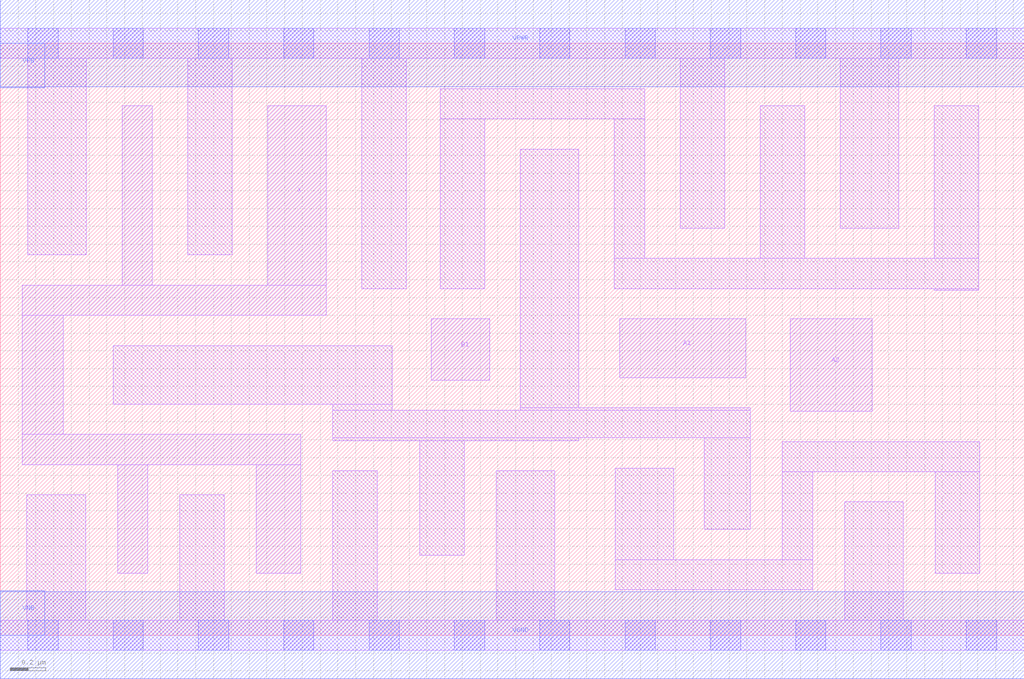
<source format=lef>
# Copyright 2020 The SkyWater PDK Authors
#
# Licensed under the Apache License, Version 2.0 (the "License");
# you may not use this file except in compliance with the License.
# You may obtain a copy of the License at
#
#     https://www.apache.org/licenses/LICENSE-2.0
#
# Unless required by applicable law or agreed to in writing, software
# distributed under the License is distributed on an "AS IS" BASIS,
# WITHOUT WARRANTIES OR CONDITIONS OF ANY KIND, either express or implied.
# See the License for the specific language governing permissions and
# limitations under the License.
#
# SPDX-License-Identifier: Apache-2.0

VERSION 5.5 ;
NAMESCASESENSITIVE ON ;
BUSBITCHARS "[]" ;
DIVIDERCHAR "/" ;
MACRO sky130_fd_sc_ms__a21o_4
  CLASS CORE ;
  SOURCE USER ;
  ORIGIN  0.000000  0.000000 ;
  SIZE  5.760000 BY  3.330000 ;
  SYMMETRY X Y ;
  SITE unit ;
  PIN A1
    ANTENNAGATEAREA  0.492000 ;
    DIRECTION INPUT ;
    USE SIGNAL ;
    PORT
      LAYER li1 ;
        RECT 3.485000 1.450000 4.195000 1.780000 ;
    END
  END A1
  PIN A2
    ANTENNAGATEAREA  0.492000 ;
    DIRECTION INPUT ;
    USE SIGNAL ;
    PORT
      LAYER li1 ;
        RECT 4.445000 1.260000 4.905000 1.780000 ;
    END
  END A2
  PIN B1
    ANTENNAGATEAREA  0.492000 ;
    DIRECTION INPUT ;
    USE SIGNAL ;
    PORT
      LAYER li1 ;
        RECT 2.425000 1.435000 2.755000 1.780000 ;
    END
  END B1
  PIN X
    ANTENNADIFFAREA  1.086400 ;
    DIRECTION OUTPUT ;
    USE SIGNAL ;
    PORT
      LAYER li1 ;
        RECT 0.125000 0.960000 1.690000 1.130000 ;
        RECT 0.125000 1.130000 0.355000 1.800000 ;
        RECT 0.125000 1.800000 1.835000 1.970000 ;
        RECT 0.660000 0.350000 0.830000 0.960000 ;
        RECT 0.685000 1.970000 0.855000 2.980000 ;
        RECT 1.440000 0.350000 1.690000 0.960000 ;
        RECT 1.505000 1.970000 1.835000 2.980000 ;
    END
  END X
  PIN VGND
    DIRECTION INOUT ;
    USE GROUND ;
    PORT
      LAYER met1 ;
        RECT 0.000000 -0.245000 5.760000 0.245000 ;
    END
  END VGND
  PIN VNB
    DIRECTION INOUT ;
    USE GROUND ;
    PORT
    END
  END VNB
  PIN VPB
    DIRECTION INOUT ;
    USE POWER ;
    PORT
    END
  END VPB
  PIN VNB
    DIRECTION INOUT ;
    USE GROUND ;
    PORT
      LAYER met1 ;
        RECT 0.000000 0.000000 0.250000 0.250000 ;
    END
  END VNB
  PIN VPB
    DIRECTION INOUT ;
    USE POWER ;
    PORT
      LAYER met1 ;
        RECT 0.000000 3.080000 0.250000 3.330000 ;
    END
  END VPB
  PIN VPWR
    DIRECTION INOUT ;
    USE POWER ;
    PORT
      LAYER met1 ;
        RECT 0.000000 3.085000 5.760000 3.575000 ;
    END
  END VPWR
  OBS
    LAYER li1 ;
      RECT 0.000000 -0.085000 5.760000 0.085000 ;
      RECT 0.000000  3.245000 5.760000 3.415000 ;
      RECT 0.150000  0.085000 0.480000 0.790000 ;
      RECT 0.155000  2.140000 0.485000 3.245000 ;
      RECT 0.635000  1.300000 2.205000 1.630000 ;
      RECT 1.010000  0.085000 1.260000 0.790000 ;
      RECT 1.055000  2.140000 1.305000 3.245000 ;
      RECT 1.870000  0.085000 2.120000 0.925000 ;
      RECT 1.870000  1.095000 3.255000 1.110000 ;
      RECT 1.870000  1.110000 4.220000 1.265000 ;
      RECT 1.870000  1.265000 2.205000 1.300000 ;
      RECT 2.035000  1.950000 2.285000 3.245000 ;
      RECT 2.360000  0.450000 2.610000 1.095000 ;
      RECT 2.475000  1.950000 2.725000 2.905000 ;
      RECT 2.475000  2.905000 3.625000 3.075000 ;
      RECT 2.790000  0.085000 3.120000 0.925000 ;
      RECT 2.925000  1.265000 4.220000 1.280000 ;
      RECT 2.925000  1.280000 3.255000 2.735000 ;
      RECT 3.455000  1.950000 5.505000 2.120000 ;
      RECT 3.455000  2.120000 3.625000 2.905000 ;
      RECT 3.460000  0.255000 4.570000 0.425000 ;
      RECT 3.460000  0.425000 3.790000 0.940000 ;
      RECT 3.825000  2.290000 4.075000 3.245000 ;
      RECT 3.960000  0.595000 4.220000 1.110000 ;
      RECT 4.275000  2.120000 4.525000 2.980000 ;
      RECT 4.400000  0.425000 4.570000 0.920000 ;
      RECT 4.400000  0.920000 5.510000 1.090000 ;
      RECT 4.725000  2.290000 5.055000 3.245000 ;
      RECT 4.750000  0.085000 5.080000 0.750000 ;
      RECT 5.255000  1.940000 5.505000 1.950000 ;
      RECT 5.255000  2.120000 5.505000 2.980000 ;
      RECT 5.260000  0.350000 5.510000 0.920000 ;
    LAYER mcon ;
      RECT 0.155000 -0.085000 0.325000 0.085000 ;
      RECT 0.155000  3.245000 0.325000 3.415000 ;
      RECT 0.635000 -0.085000 0.805000 0.085000 ;
      RECT 0.635000  3.245000 0.805000 3.415000 ;
      RECT 1.115000 -0.085000 1.285000 0.085000 ;
      RECT 1.115000  3.245000 1.285000 3.415000 ;
      RECT 1.595000 -0.085000 1.765000 0.085000 ;
      RECT 1.595000  3.245000 1.765000 3.415000 ;
      RECT 2.075000 -0.085000 2.245000 0.085000 ;
      RECT 2.075000  3.245000 2.245000 3.415000 ;
      RECT 2.555000 -0.085000 2.725000 0.085000 ;
      RECT 2.555000  3.245000 2.725000 3.415000 ;
      RECT 3.035000 -0.085000 3.205000 0.085000 ;
      RECT 3.035000  3.245000 3.205000 3.415000 ;
      RECT 3.515000 -0.085000 3.685000 0.085000 ;
      RECT 3.515000  3.245000 3.685000 3.415000 ;
      RECT 3.995000 -0.085000 4.165000 0.085000 ;
      RECT 3.995000  3.245000 4.165000 3.415000 ;
      RECT 4.475000 -0.085000 4.645000 0.085000 ;
      RECT 4.475000  3.245000 4.645000 3.415000 ;
      RECT 4.955000 -0.085000 5.125000 0.085000 ;
      RECT 4.955000  3.245000 5.125000 3.415000 ;
      RECT 5.435000 -0.085000 5.605000 0.085000 ;
      RECT 5.435000  3.245000 5.605000 3.415000 ;
  END
END sky130_fd_sc_ms__a21o_4
END LIBRARY

</source>
